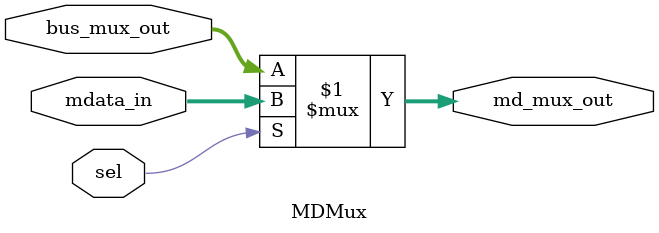
<source format=v>
module MDMux (input [31:0] bus_mux_out, mdata_in, input sel, output [31:0] md_mux_out);
	assign md_mux_out = sel ? mdata_in:bus_mux_out;
endmodule
</source>
